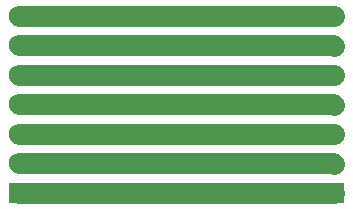
<source format=gbr>
G04 #@! TF.FileFunction,Copper,L2,Bot,Signal*
%FSLAX46Y46*%
G04 Gerber Fmt 4.6, Leading zero omitted, Abs format (unit mm)*
G04 Created by KiCad (PCBNEW 4.0.6) date 06/24/17 11:57:50*
%MOMM*%
%LPD*%
G01*
G04 APERTURE LIST*
%ADD10C,0.100000*%
%ADD11R,1.750000X1.750000*%
%ADD12C,1.750000*%
%ADD13C,1.778000*%
G04 APERTURE END LIST*
D10*
D11*
X173990000Y-83660000D03*
D12*
X173990000Y-81160000D03*
X173990000Y-78660000D03*
X173990000Y-76160000D03*
X173990000Y-73660000D03*
X173990000Y-71160000D03*
X173990000Y-68660000D03*
D11*
X165100000Y-83700000D03*
D12*
X165100000Y-81200000D03*
X165100000Y-78700000D03*
X165100000Y-76200000D03*
X165100000Y-73700000D03*
X165100000Y-71200000D03*
X165100000Y-68700000D03*
D11*
X156210000Y-83700000D03*
D12*
X156210000Y-81200000D03*
X156210000Y-78700000D03*
X156210000Y-76200000D03*
X156210000Y-73700000D03*
X156210000Y-71200000D03*
X156210000Y-68700000D03*
D11*
X147320000Y-83620000D03*
D12*
X147320000Y-81120000D03*
X147320000Y-78620000D03*
X147320000Y-76120000D03*
X147320000Y-73620000D03*
X147320000Y-71120000D03*
X147320000Y-68620000D03*
D13*
X173990000Y-83660000D02*
X147360000Y-83660000D01*
X147360000Y-83660000D02*
X147320000Y-83620000D01*
X147320000Y-81120000D02*
X173950000Y-81120000D01*
X173950000Y-81120000D02*
X173990000Y-81160000D01*
X173990000Y-78660000D02*
X147360000Y-78660000D01*
X147360000Y-78660000D02*
X147320000Y-78620000D01*
X147320000Y-76120000D02*
X173950000Y-76120000D01*
X173950000Y-76120000D02*
X173990000Y-76160000D01*
X173990000Y-73660000D02*
X147360000Y-73660000D01*
X147360000Y-73660000D02*
X147320000Y-73620000D01*
X147320000Y-71120000D02*
X173950000Y-71120000D01*
X173950000Y-71120000D02*
X173990000Y-71160000D01*
X173990000Y-68660000D02*
X147360000Y-68660000D01*
X147360000Y-68660000D02*
X147320000Y-68620000D01*
M02*

</source>
